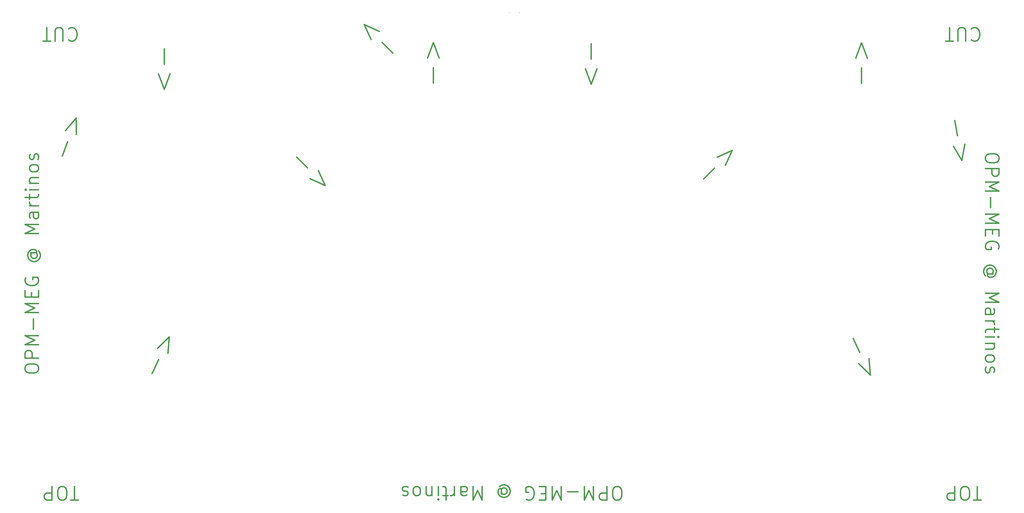
<source format=gbr>
%TF.GenerationSoftware,KiCad,Pcbnew,7.0.1-3b83917a11~172~ubuntu22.04.1*%
%TF.CreationDate,2023-07-04T10:09:40-04:00*%
%TF.ProjectId,coil_template_top,636f696c-5f74-4656-9d70-6c6174655f74,rev?*%
%TF.SameCoordinates,Original*%
%TF.FileFunction,Legend,Top*%
%TF.FilePolarity,Positive*%
%FSLAX46Y46*%
G04 Gerber Fmt 4.6, Leading zero omitted, Abs format (unit mm)*
G04 Created by KiCad (PCBNEW 7.0.1-3b83917a11~172~ubuntu22.04.1) date 2023-07-04 10:09:40*
%MOMM*%
%LPD*%
G01*
G04 APERTURE LIST*
%ADD10C,2.000000*%
%ADD11C,0.150000*%
G04 APERTURE END LIST*
D10*
X235301988Y-57109784D02*
X235301988Y-79966927D01*
X243873416Y-94252641D02*
X235301988Y-117109784D01*
X235301988Y-117109784D02*
X226730559Y-94252641D01*
X217312430Y-538230237D02*
X226972276Y-517514630D01*
X225241327Y-500944934D02*
X242669525Y-483851770D01*
X242669525Y-483851770D02*
X240778032Y-508189818D01*
X451278452Y-249615481D02*
X473501808Y-259717006D01*
X473501808Y-259717006D02*
X463400283Y-237493650D01*
X447237842Y-233453040D02*
X431075402Y-217290599D01*
X867178492Y-49590266D02*
X867178492Y-72447409D01*
X875749920Y-86733123D02*
X867178492Y-109590266D01*
X867178492Y-109590266D02*
X858607063Y-86733123D01*
X93809523Y-27652380D02*
X94761904Y-26700000D01*
X94761904Y-26700000D02*
X97619047Y-25747619D01*
X97619047Y-25747619D02*
X99523809Y-25747619D01*
X99523809Y-25747619D02*
X102380952Y-26700000D01*
X102380952Y-26700000D02*
X104285714Y-28604761D01*
X104285714Y-28604761D02*
X105238095Y-30509523D01*
X105238095Y-30509523D02*
X106190476Y-34319047D01*
X106190476Y-34319047D02*
X106190476Y-37176190D01*
X106190476Y-37176190D02*
X105238095Y-40985714D01*
X105238095Y-40985714D02*
X104285714Y-42890476D01*
X104285714Y-42890476D02*
X102380952Y-44795238D01*
X102380952Y-44795238D02*
X99523809Y-45747619D01*
X99523809Y-45747619D02*
X97619047Y-45747619D01*
X97619047Y-45747619D02*
X94761904Y-44795238D01*
X94761904Y-44795238D02*
X93809523Y-43842857D01*
X85238095Y-45747619D02*
X85238095Y-29557142D01*
X85238095Y-29557142D02*
X84285714Y-27652380D01*
X84285714Y-27652380D02*
X83333333Y-26700000D01*
X83333333Y-26700000D02*
X81428571Y-25747619D01*
X81428571Y-25747619D02*
X77619047Y-25747619D01*
X77619047Y-25747619D02*
X75714285Y-26700000D01*
X75714285Y-26700000D02*
X74761904Y-27652380D01*
X74761904Y-27652380D02*
X73809523Y-29557142D01*
X73809523Y-29557142D02*
X73809523Y-45747619D01*
X67142857Y-45747619D02*
X55714285Y-45747619D01*
X61428571Y-25747619D02*
X61428571Y-45747619D01*
X633618995Y-107875980D02*
X633618995Y-85018838D01*
X625047566Y-70733123D02*
X633618995Y-47875981D01*
X633618995Y-47875981D02*
X642190423Y-70733123D01*
X1254974842Y-486071246D02*
X1264634688Y-506786852D01*
X1278440444Y-516111664D02*
X1280331938Y-540449713D01*
X1280331938Y-540449713D02*
X1262903739Y-523356549D01*
X907619047Y-725747619D02*
X903809523Y-725747619D01*
X903809523Y-725747619D02*
X901904761Y-724795238D01*
X901904761Y-724795238D02*
X899999999Y-722890476D01*
X899999999Y-722890476D02*
X899047618Y-719080952D01*
X899047618Y-719080952D02*
X899047618Y-712414285D01*
X899047618Y-712414285D02*
X899999999Y-708604761D01*
X899999999Y-708604761D02*
X901904761Y-706700000D01*
X901904761Y-706700000D02*
X903809523Y-705747619D01*
X903809523Y-705747619D02*
X907619047Y-705747619D01*
X907619047Y-705747619D02*
X909523809Y-706700000D01*
X909523809Y-706700000D02*
X911428571Y-708604761D01*
X911428571Y-708604761D02*
X912380952Y-712414285D01*
X912380952Y-712414285D02*
X912380952Y-719080952D01*
X912380952Y-719080952D02*
X911428571Y-722890476D01*
X911428571Y-722890476D02*
X909523809Y-724795238D01*
X909523809Y-724795238D02*
X907619047Y-725747619D01*
X890476190Y-705747619D02*
X890476190Y-725747619D01*
X890476190Y-725747619D02*
X882857142Y-725747619D01*
X882857142Y-725747619D02*
X880952380Y-724795238D01*
X880952380Y-724795238D02*
X879999999Y-723842857D01*
X879999999Y-723842857D02*
X879047618Y-721938095D01*
X879047618Y-721938095D02*
X879047618Y-719080952D01*
X879047618Y-719080952D02*
X879999999Y-717176190D01*
X879999999Y-717176190D02*
X880952380Y-716223809D01*
X880952380Y-716223809D02*
X882857142Y-715271428D01*
X882857142Y-715271428D02*
X890476190Y-715271428D01*
X870476190Y-705747619D02*
X870476190Y-725747619D01*
X870476190Y-725747619D02*
X863809523Y-711461904D01*
X863809523Y-711461904D02*
X857142856Y-725747619D01*
X857142856Y-725747619D02*
X857142856Y-705747619D01*
X847619047Y-713366666D02*
X832380952Y-713366666D01*
X822857142Y-705747619D02*
X822857142Y-725747619D01*
X822857142Y-725747619D02*
X816190475Y-711461904D01*
X816190475Y-711461904D02*
X809523808Y-725747619D01*
X809523808Y-725747619D02*
X809523808Y-705747619D01*
X799999999Y-716223809D02*
X793333332Y-716223809D01*
X790476189Y-705747619D02*
X799999999Y-705747619D01*
X799999999Y-705747619D02*
X799999999Y-725747619D01*
X799999999Y-725747619D02*
X790476189Y-725747619D01*
X771428570Y-724795238D02*
X773333332Y-725747619D01*
X773333332Y-725747619D02*
X776190475Y-725747619D01*
X776190475Y-725747619D02*
X779047618Y-724795238D01*
X779047618Y-724795238D02*
X780952380Y-722890476D01*
X780952380Y-722890476D02*
X781904761Y-720985714D01*
X781904761Y-720985714D02*
X782857142Y-717176190D01*
X782857142Y-717176190D02*
X782857142Y-714319047D01*
X782857142Y-714319047D02*
X781904761Y-710509523D01*
X781904761Y-710509523D02*
X780952380Y-708604761D01*
X780952380Y-708604761D02*
X779047618Y-706700000D01*
X779047618Y-706700000D02*
X776190475Y-705747619D01*
X776190475Y-705747619D02*
X774285713Y-705747619D01*
X774285713Y-705747619D02*
X771428570Y-706700000D01*
X771428570Y-706700000D02*
X770476189Y-707652380D01*
X770476189Y-707652380D02*
X770476189Y-714319047D01*
X770476189Y-714319047D02*
X774285713Y-714319047D01*
X734285713Y-715271428D02*
X735238094Y-716223809D01*
X735238094Y-716223809D02*
X737142856Y-717176190D01*
X737142856Y-717176190D02*
X739047618Y-717176190D01*
X739047618Y-717176190D02*
X740952380Y-716223809D01*
X740952380Y-716223809D02*
X741904761Y-715271428D01*
X741904761Y-715271428D02*
X742857142Y-713366666D01*
X742857142Y-713366666D02*
X742857142Y-711461904D01*
X742857142Y-711461904D02*
X741904761Y-709557142D01*
X741904761Y-709557142D02*
X740952380Y-708604761D01*
X740952380Y-708604761D02*
X739047618Y-707652380D01*
X739047618Y-707652380D02*
X737142856Y-707652380D01*
X737142856Y-707652380D02*
X735238094Y-708604761D01*
X735238094Y-708604761D02*
X734285713Y-709557142D01*
X734285713Y-717176190D02*
X734285713Y-709557142D01*
X734285713Y-709557142D02*
X733333332Y-708604761D01*
X733333332Y-708604761D02*
X732380951Y-708604761D01*
X732380951Y-708604761D02*
X730476190Y-709557142D01*
X730476190Y-709557142D02*
X729523809Y-711461904D01*
X729523809Y-711461904D02*
X729523809Y-716223809D01*
X729523809Y-716223809D02*
X731428571Y-719080952D01*
X731428571Y-719080952D02*
X734285713Y-720985714D01*
X734285713Y-720985714D02*
X738095237Y-721938095D01*
X738095237Y-721938095D02*
X741904761Y-720985714D01*
X741904761Y-720985714D02*
X744761904Y-719080952D01*
X744761904Y-719080952D02*
X746666666Y-716223809D01*
X746666666Y-716223809D02*
X747619047Y-712414285D01*
X747619047Y-712414285D02*
X746666666Y-708604761D01*
X746666666Y-708604761D02*
X744761904Y-705747619D01*
X744761904Y-705747619D02*
X741904761Y-703842857D01*
X741904761Y-703842857D02*
X738095237Y-702890476D01*
X738095237Y-702890476D02*
X734285713Y-703842857D01*
X734285713Y-703842857D02*
X731428571Y-705747619D01*
X705714285Y-705747619D02*
X705714285Y-725747619D01*
X705714285Y-725747619D02*
X699047618Y-711461904D01*
X699047618Y-711461904D02*
X692380951Y-725747619D01*
X692380951Y-725747619D02*
X692380951Y-705747619D01*
X674285713Y-705747619D02*
X674285713Y-716223809D01*
X674285713Y-716223809D02*
X675238094Y-718128571D01*
X675238094Y-718128571D02*
X677142856Y-719080952D01*
X677142856Y-719080952D02*
X680952380Y-719080952D01*
X680952380Y-719080952D02*
X682857142Y-718128571D01*
X674285713Y-706700000D02*
X676190475Y-705747619D01*
X676190475Y-705747619D02*
X680952380Y-705747619D01*
X680952380Y-705747619D02*
X682857142Y-706700000D01*
X682857142Y-706700000D02*
X683809523Y-708604761D01*
X683809523Y-708604761D02*
X683809523Y-710509523D01*
X683809523Y-710509523D02*
X682857142Y-712414285D01*
X682857142Y-712414285D02*
X680952380Y-713366666D01*
X680952380Y-713366666D02*
X676190475Y-713366666D01*
X676190475Y-713366666D02*
X674285713Y-714319047D01*
X664761904Y-705747619D02*
X664761904Y-719080952D01*
X664761904Y-715271428D02*
X663809523Y-717176190D01*
X663809523Y-717176190D02*
X662857142Y-718128571D01*
X662857142Y-718128571D02*
X660952380Y-719080952D01*
X660952380Y-719080952D02*
X659047618Y-719080952D01*
X655238095Y-719080952D02*
X647619047Y-719080952D01*
X652380952Y-725747619D02*
X652380952Y-708604761D01*
X652380952Y-708604761D02*
X651428571Y-706700000D01*
X651428571Y-706700000D02*
X649523809Y-705747619D01*
X649523809Y-705747619D02*
X647619047Y-705747619D01*
X640952381Y-705747619D02*
X640952381Y-719080952D01*
X640952381Y-725747619D02*
X641904762Y-724795238D01*
X641904762Y-724795238D02*
X640952381Y-723842857D01*
X640952381Y-723842857D02*
X640000000Y-724795238D01*
X640000000Y-724795238D02*
X640952381Y-725747619D01*
X640952381Y-725747619D02*
X640952381Y-723842857D01*
X631428571Y-719080952D02*
X631428571Y-705747619D01*
X631428571Y-717176190D02*
X630476190Y-718128571D01*
X630476190Y-718128571D02*
X628571428Y-719080952D01*
X628571428Y-719080952D02*
X625714285Y-719080952D01*
X625714285Y-719080952D02*
X623809523Y-718128571D01*
X623809523Y-718128571D02*
X622857142Y-716223809D01*
X622857142Y-716223809D02*
X622857142Y-705747619D01*
X610476190Y-705747619D02*
X612380952Y-706700000D01*
X612380952Y-706700000D02*
X613333333Y-707652380D01*
X613333333Y-707652380D02*
X614285714Y-709557142D01*
X614285714Y-709557142D02*
X614285714Y-715271428D01*
X614285714Y-715271428D02*
X613333333Y-717176190D01*
X613333333Y-717176190D02*
X612380952Y-718128571D01*
X612380952Y-718128571D02*
X610476190Y-719080952D01*
X610476190Y-719080952D02*
X607619047Y-719080952D01*
X607619047Y-719080952D02*
X605714285Y-718128571D01*
X605714285Y-718128571D02*
X604761904Y-717176190D01*
X604761904Y-717176190D02*
X603809523Y-715271428D01*
X603809523Y-715271428D02*
X603809523Y-709557142D01*
X603809523Y-709557142D02*
X604761904Y-707652380D01*
X604761904Y-707652380D02*
X605714285Y-706700000D01*
X605714285Y-706700000D02*
X607619047Y-705747619D01*
X607619047Y-705747619D02*
X610476190Y-705747619D01*
X596190476Y-706700000D02*
X594285714Y-705747619D01*
X594285714Y-705747619D02*
X590476190Y-705747619D01*
X590476190Y-705747619D02*
X588571428Y-706700000D01*
X588571428Y-706700000D02*
X587619047Y-708604761D01*
X587619047Y-708604761D02*
X587619047Y-709557142D01*
X587619047Y-709557142D02*
X588571428Y-711461904D01*
X588571428Y-711461904D02*
X590476190Y-712414285D01*
X590476190Y-712414285D02*
X593333333Y-712414285D01*
X593333333Y-712414285D02*
X595238095Y-713366666D01*
X595238095Y-713366666D02*
X596190476Y-715271428D01*
X596190476Y-715271428D02*
X596190476Y-716223809D01*
X596190476Y-716223809D02*
X595238095Y-718128571D01*
X595238095Y-718128571D02*
X593333333Y-719080952D01*
X593333333Y-719080952D02*
X590476190Y-719080952D01*
X590476190Y-719080952D02*
X588571428Y-718128571D01*
X553498427Y-31281288D02*
X531275071Y-21179763D01*
X531275071Y-21179763D02*
X541376596Y-43403119D01*
X557539037Y-47443729D02*
X573701477Y-63606170D01*
X1267356305Y-108218104D02*
X1267356305Y-85360962D01*
X1258784876Y-71075247D02*
X1267356305Y-48218105D01*
X1267356305Y-48218105D02*
X1275927733Y-71075247D01*
X1429999999Y-27652380D02*
X1430952380Y-26700000D01*
X1430952380Y-26700000D02*
X1433809523Y-25747619D01*
X1433809523Y-25747619D02*
X1435714285Y-25747619D01*
X1435714285Y-25747619D02*
X1438571428Y-26700000D01*
X1438571428Y-26700000D02*
X1440476190Y-28604761D01*
X1440476190Y-28604761D02*
X1441428571Y-30509523D01*
X1441428571Y-30509523D02*
X1442380952Y-34319047D01*
X1442380952Y-34319047D02*
X1442380952Y-37176190D01*
X1442380952Y-37176190D02*
X1441428571Y-40985714D01*
X1441428571Y-40985714D02*
X1440476190Y-42890476D01*
X1440476190Y-42890476D02*
X1438571428Y-44795238D01*
X1438571428Y-44795238D02*
X1435714285Y-45747619D01*
X1435714285Y-45747619D02*
X1433809523Y-45747619D01*
X1433809523Y-45747619D02*
X1430952380Y-44795238D01*
X1430952380Y-44795238D02*
X1429999999Y-43842857D01*
X1421428571Y-45747619D02*
X1421428571Y-29557142D01*
X1421428571Y-29557142D02*
X1420476190Y-27652380D01*
X1420476190Y-27652380D02*
X1419523809Y-26700000D01*
X1419523809Y-26700000D02*
X1417619047Y-25747619D01*
X1417619047Y-25747619D02*
X1413809523Y-25747619D01*
X1413809523Y-25747619D02*
X1411904761Y-26700000D01*
X1411904761Y-26700000D02*
X1410952380Y-27652380D01*
X1410952380Y-27652380D02*
X1409999999Y-29557142D01*
X1409999999Y-29557142D02*
X1409999999Y-45747619D01*
X1403333333Y-45747619D02*
X1391904761Y-45747619D01*
X1397619047Y-25747619D02*
X1397619047Y-45747619D01*
X1405360855Y-163348737D02*
X1409329956Y-185858629D01*
X1420251853Y-198438898D02*
X1415779745Y-222437202D01*
X1415779745Y-222437202D02*
X1403369435Y-201415724D01*
X1470747619Y-217380952D02*
X1470747619Y-221190476D01*
X1470747619Y-221190476D02*
X1469795238Y-223095238D01*
X1469795238Y-223095238D02*
X1467890476Y-225000000D01*
X1467890476Y-225000000D02*
X1464080952Y-225952381D01*
X1464080952Y-225952381D02*
X1457414285Y-225952381D01*
X1457414285Y-225952381D02*
X1453604761Y-225000000D01*
X1453604761Y-225000000D02*
X1451700000Y-223095238D01*
X1451700000Y-223095238D02*
X1450747619Y-221190476D01*
X1450747619Y-221190476D02*
X1450747619Y-217380952D01*
X1450747619Y-217380952D02*
X1451700000Y-215476190D01*
X1451700000Y-215476190D02*
X1453604761Y-213571428D01*
X1453604761Y-213571428D02*
X1457414285Y-212619047D01*
X1457414285Y-212619047D02*
X1464080952Y-212619047D01*
X1464080952Y-212619047D02*
X1467890476Y-213571428D01*
X1467890476Y-213571428D02*
X1469795238Y-215476190D01*
X1469795238Y-215476190D02*
X1470747619Y-217380952D01*
X1450747619Y-234523809D02*
X1470747619Y-234523809D01*
X1470747619Y-234523809D02*
X1470747619Y-242142857D01*
X1470747619Y-242142857D02*
X1469795238Y-244047619D01*
X1469795238Y-244047619D02*
X1468842857Y-245000000D01*
X1468842857Y-245000000D02*
X1466938095Y-245952381D01*
X1466938095Y-245952381D02*
X1464080952Y-245952381D01*
X1464080952Y-245952381D02*
X1462176190Y-245000000D01*
X1462176190Y-245000000D02*
X1461223809Y-244047619D01*
X1461223809Y-244047619D02*
X1460271428Y-242142857D01*
X1460271428Y-242142857D02*
X1460271428Y-234523809D01*
X1450747619Y-254523809D02*
X1470747619Y-254523809D01*
X1470747619Y-254523809D02*
X1456461904Y-261190476D01*
X1456461904Y-261190476D02*
X1470747619Y-267857143D01*
X1470747619Y-267857143D02*
X1450747619Y-267857143D01*
X1458366666Y-277380952D02*
X1458366666Y-292619048D01*
X1450747619Y-302142857D02*
X1470747619Y-302142857D01*
X1470747619Y-302142857D02*
X1456461904Y-308809524D01*
X1456461904Y-308809524D02*
X1470747619Y-315476191D01*
X1470747619Y-315476191D02*
X1450747619Y-315476191D01*
X1461223809Y-325000000D02*
X1461223809Y-331666667D01*
X1450747619Y-334523810D02*
X1450747619Y-325000000D01*
X1450747619Y-325000000D02*
X1470747619Y-325000000D01*
X1470747619Y-325000000D02*
X1470747619Y-334523810D01*
X1469795238Y-353571429D02*
X1470747619Y-351666667D01*
X1470747619Y-351666667D02*
X1470747619Y-348809524D01*
X1470747619Y-348809524D02*
X1469795238Y-345952381D01*
X1469795238Y-345952381D02*
X1467890476Y-344047619D01*
X1467890476Y-344047619D02*
X1465985714Y-343095238D01*
X1465985714Y-343095238D02*
X1462176190Y-342142857D01*
X1462176190Y-342142857D02*
X1459319047Y-342142857D01*
X1459319047Y-342142857D02*
X1455509523Y-343095238D01*
X1455509523Y-343095238D02*
X1453604761Y-344047619D01*
X1453604761Y-344047619D02*
X1451700000Y-345952381D01*
X1451700000Y-345952381D02*
X1450747619Y-348809524D01*
X1450747619Y-348809524D02*
X1450747619Y-350714286D01*
X1450747619Y-350714286D02*
X1451700000Y-353571429D01*
X1451700000Y-353571429D02*
X1452652380Y-354523810D01*
X1452652380Y-354523810D02*
X1459319047Y-354523810D01*
X1459319047Y-354523810D02*
X1459319047Y-350714286D01*
X1460271428Y-390714286D02*
X1461223809Y-389761905D01*
X1461223809Y-389761905D02*
X1462176190Y-387857143D01*
X1462176190Y-387857143D02*
X1462176190Y-385952381D01*
X1462176190Y-385952381D02*
X1461223809Y-384047619D01*
X1461223809Y-384047619D02*
X1460271428Y-383095238D01*
X1460271428Y-383095238D02*
X1458366666Y-382142857D01*
X1458366666Y-382142857D02*
X1456461904Y-382142857D01*
X1456461904Y-382142857D02*
X1454557142Y-383095238D01*
X1454557142Y-383095238D02*
X1453604761Y-384047619D01*
X1453604761Y-384047619D02*
X1452652380Y-385952381D01*
X1452652380Y-385952381D02*
X1452652380Y-387857143D01*
X1452652380Y-387857143D02*
X1453604761Y-389761905D01*
X1453604761Y-389761905D02*
X1454557142Y-390714286D01*
X1462176190Y-390714286D02*
X1454557142Y-390714286D01*
X1454557142Y-390714286D02*
X1453604761Y-391666667D01*
X1453604761Y-391666667D02*
X1453604761Y-392619048D01*
X1453604761Y-392619048D02*
X1454557142Y-394523809D01*
X1454557142Y-394523809D02*
X1456461904Y-395476190D01*
X1456461904Y-395476190D02*
X1461223809Y-395476190D01*
X1461223809Y-395476190D02*
X1464080952Y-393571429D01*
X1464080952Y-393571429D02*
X1465985714Y-390714286D01*
X1465985714Y-390714286D02*
X1466938095Y-386904762D01*
X1466938095Y-386904762D02*
X1465985714Y-383095238D01*
X1465985714Y-383095238D02*
X1464080952Y-380238095D01*
X1464080952Y-380238095D02*
X1461223809Y-378333333D01*
X1461223809Y-378333333D02*
X1457414285Y-377380952D01*
X1457414285Y-377380952D02*
X1453604761Y-378333333D01*
X1453604761Y-378333333D02*
X1450747619Y-380238095D01*
X1450747619Y-380238095D02*
X1448842857Y-383095238D01*
X1448842857Y-383095238D02*
X1447890476Y-386904762D01*
X1447890476Y-386904762D02*
X1448842857Y-390714286D01*
X1448842857Y-390714286D02*
X1450747619Y-393571429D01*
X1450747619Y-419285714D02*
X1470747619Y-419285714D01*
X1470747619Y-419285714D02*
X1456461904Y-425952381D01*
X1456461904Y-425952381D02*
X1470747619Y-432619048D01*
X1470747619Y-432619048D02*
X1450747619Y-432619048D01*
X1450747619Y-450714286D02*
X1461223809Y-450714286D01*
X1461223809Y-450714286D02*
X1463128571Y-449761905D01*
X1463128571Y-449761905D02*
X1464080952Y-447857143D01*
X1464080952Y-447857143D02*
X1464080952Y-444047619D01*
X1464080952Y-444047619D02*
X1463128571Y-442142857D01*
X1451700000Y-450714286D02*
X1450747619Y-448809524D01*
X1450747619Y-448809524D02*
X1450747619Y-444047619D01*
X1450747619Y-444047619D02*
X1451700000Y-442142857D01*
X1451700000Y-442142857D02*
X1453604761Y-441190476D01*
X1453604761Y-441190476D02*
X1455509523Y-441190476D01*
X1455509523Y-441190476D02*
X1457414285Y-442142857D01*
X1457414285Y-442142857D02*
X1458366666Y-444047619D01*
X1458366666Y-444047619D02*
X1458366666Y-448809524D01*
X1458366666Y-448809524D02*
X1459319047Y-450714286D01*
X1450747619Y-460238095D02*
X1464080952Y-460238095D01*
X1460271428Y-460238095D02*
X1462176190Y-461190476D01*
X1462176190Y-461190476D02*
X1463128571Y-462142857D01*
X1463128571Y-462142857D02*
X1464080952Y-464047619D01*
X1464080952Y-464047619D02*
X1464080952Y-465952381D01*
X1464080952Y-469761904D02*
X1464080952Y-477380952D01*
X1470747619Y-472619047D02*
X1453604761Y-472619047D01*
X1453604761Y-472619047D02*
X1451700000Y-473571428D01*
X1451700000Y-473571428D02*
X1450747619Y-475476190D01*
X1450747619Y-475476190D02*
X1450747619Y-477380952D01*
X1450747619Y-484047618D02*
X1464080952Y-484047618D01*
X1470747619Y-484047618D02*
X1469795238Y-483095237D01*
X1469795238Y-483095237D02*
X1468842857Y-484047618D01*
X1468842857Y-484047618D02*
X1469795238Y-484999999D01*
X1469795238Y-484999999D02*
X1470747619Y-484047618D01*
X1470747619Y-484047618D02*
X1468842857Y-484047618D01*
X1464080952Y-493571428D02*
X1450747619Y-493571428D01*
X1462176190Y-493571428D02*
X1463128571Y-494523809D01*
X1463128571Y-494523809D02*
X1464080952Y-496428571D01*
X1464080952Y-496428571D02*
X1464080952Y-499285714D01*
X1464080952Y-499285714D02*
X1463128571Y-501190476D01*
X1463128571Y-501190476D02*
X1461223809Y-502142857D01*
X1461223809Y-502142857D02*
X1450747619Y-502142857D01*
X1450747619Y-514523809D02*
X1451700000Y-512619047D01*
X1451700000Y-512619047D02*
X1452652380Y-511666666D01*
X1452652380Y-511666666D02*
X1454557142Y-510714285D01*
X1454557142Y-510714285D02*
X1460271428Y-510714285D01*
X1460271428Y-510714285D02*
X1462176190Y-511666666D01*
X1462176190Y-511666666D02*
X1463128571Y-512619047D01*
X1463128571Y-512619047D02*
X1464080952Y-514523809D01*
X1464080952Y-514523809D02*
X1464080952Y-517380952D01*
X1464080952Y-517380952D02*
X1463128571Y-519285714D01*
X1463128571Y-519285714D02*
X1462176190Y-520238095D01*
X1462176190Y-520238095D02*
X1460271428Y-521190476D01*
X1460271428Y-521190476D02*
X1454557142Y-521190476D01*
X1454557142Y-521190476D02*
X1452652380Y-520238095D01*
X1452652380Y-520238095D02*
X1451700000Y-519285714D01*
X1451700000Y-519285714D02*
X1450747619Y-517380952D01*
X1450747619Y-517380952D02*
X1450747619Y-514523809D01*
X1451700000Y-528809523D02*
X1450747619Y-530714285D01*
X1450747619Y-530714285D02*
X1450747619Y-534523809D01*
X1450747619Y-534523809D02*
X1451700000Y-536428571D01*
X1451700000Y-536428571D02*
X1453604761Y-537380952D01*
X1453604761Y-537380952D02*
X1454557142Y-537380952D01*
X1454557142Y-537380952D02*
X1456461904Y-536428571D01*
X1456461904Y-536428571D02*
X1457414285Y-534523809D01*
X1457414285Y-534523809D02*
X1457414285Y-531666666D01*
X1457414285Y-531666666D02*
X1458366666Y-529761904D01*
X1458366666Y-529761904D02*
X1460271428Y-528809523D01*
X1460271428Y-528809523D02*
X1461223809Y-528809523D01*
X1461223809Y-528809523D02*
X1463128571Y-529761904D01*
X1463128571Y-529761904D02*
X1464080952Y-531666666D01*
X1464080952Y-531666666D02*
X1464080952Y-534523809D01*
X1464080952Y-534523809D02*
X1463128571Y-536428571D01*
X108095238Y-725747619D02*
X96666666Y-725747619D01*
X102380952Y-705747619D02*
X102380952Y-725747619D01*
X86190476Y-725747619D02*
X82380952Y-725747619D01*
X82380952Y-725747619D02*
X80476190Y-724795238D01*
X80476190Y-724795238D02*
X78571428Y-722890476D01*
X78571428Y-722890476D02*
X77619047Y-719080952D01*
X77619047Y-719080952D02*
X77619047Y-712414285D01*
X77619047Y-712414285D02*
X78571428Y-708604761D01*
X78571428Y-708604761D02*
X80476190Y-706700000D01*
X80476190Y-706700000D02*
X82380952Y-705747619D01*
X82380952Y-705747619D02*
X86190476Y-705747619D01*
X86190476Y-705747619D02*
X88095238Y-706700000D01*
X88095238Y-706700000D02*
X90000000Y-708604761D01*
X90000000Y-708604761D02*
X90952381Y-712414285D01*
X90952381Y-712414285D02*
X90952381Y-719080952D01*
X90952381Y-719080952D02*
X90000000Y-722890476D01*
X90000000Y-722890476D02*
X88095238Y-724795238D01*
X88095238Y-724795238D02*
X86190476Y-725747619D01*
X69047619Y-705747619D02*
X69047619Y-725747619D01*
X69047619Y-725747619D02*
X61428571Y-725747619D01*
X61428571Y-725747619D02*
X59523809Y-724795238D01*
X59523809Y-724795238D02*
X58571428Y-723842857D01*
X58571428Y-723842857D02*
X57619047Y-721938095D01*
X57619047Y-721938095D02*
X57619047Y-719080952D01*
X57619047Y-719080952D02*
X58571428Y-717176190D01*
X58571428Y-717176190D02*
X59523809Y-716223809D01*
X59523809Y-716223809D02*
X61428571Y-715271428D01*
X61428571Y-715271428D02*
X69047619Y-715271428D01*
X1444285714Y-725747619D02*
X1432857142Y-725747619D01*
X1438571428Y-705747619D02*
X1438571428Y-725747619D01*
X1422380952Y-725747619D02*
X1418571428Y-725747619D01*
X1418571428Y-725747619D02*
X1416666666Y-724795238D01*
X1416666666Y-724795238D02*
X1414761904Y-722890476D01*
X1414761904Y-722890476D02*
X1413809523Y-719080952D01*
X1413809523Y-719080952D02*
X1413809523Y-712414285D01*
X1413809523Y-712414285D02*
X1414761904Y-708604761D01*
X1414761904Y-708604761D02*
X1416666666Y-706700000D01*
X1416666666Y-706700000D02*
X1418571428Y-705747619D01*
X1418571428Y-705747619D02*
X1422380952Y-705747619D01*
X1422380952Y-705747619D02*
X1424285714Y-706700000D01*
X1424285714Y-706700000D02*
X1426190476Y-708604761D01*
X1426190476Y-708604761D02*
X1427142857Y-712414285D01*
X1427142857Y-712414285D02*
X1427142857Y-719080952D01*
X1427142857Y-719080952D02*
X1426190476Y-722890476D01*
X1426190476Y-722890476D02*
X1424285714Y-724795238D01*
X1424285714Y-724795238D02*
X1422380952Y-725747619D01*
X1405238095Y-705747619D02*
X1405238095Y-725747619D01*
X1405238095Y-725747619D02*
X1397619047Y-725747619D01*
X1397619047Y-725747619D02*
X1395714285Y-724795238D01*
X1395714285Y-724795238D02*
X1394761904Y-723842857D01*
X1394761904Y-723842857D02*
X1393809523Y-721938095D01*
X1393809523Y-721938095D02*
X1393809523Y-719080952D01*
X1393809523Y-719080952D02*
X1394761904Y-717176190D01*
X1394761904Y-717176190D02*
X1395714285Y-716223809D01*
X1395714285Y-716223809D02*
X1397619047Y-715271428D01*
X1397619047Y-715271428D02*
X1405238095Y-715271428D01*
X1065861544Y-229848345D02*
X1075963069Y-207624989D01*
X1075963069Y-207624989D02*
X1053739713Y-217726514D01*
X1049699103Y-233888955D02*
X1033536662Y-250051395D01*
X84400295Y-216078870D02*
X92217898Y-194600182D01*
X89049392Y-178244400D02*
X104921504Y-159697313D01*
X104921504Y-159697313D02*
X105158408Y-184107603D01*
X29252380Y-532619047D02*
X29252380Y-528809523D01*
X29252380Y-528809523D02*
X30204761Y-526904761D01*
X30204761Y-526904761D02*
X32109523Y-524999999D01*
X32109523Y-524999999D02*
X35919047Y-524047618D01*
X35919047Y-524047618D02*
X42585714Y-524047618D01*
X42585714Y-524047618D02*
X46395238Y-524999999D01*
X46395238Y-524999999D02*
X48300000Y-526904761D01*
X48300000Y-526904761D02*
X49252380Y-528809523D01*
X49252380Y-528809523D02*
X49252380Y-532619047D01*
X49252380Y-532619047D02*
X48300000Y-534523809D01*
X48300000Y-534523809D02*
X46395238Y-536428571D01*
X46395238Y-536428571D02*
X42585714Y-537380952D01*
X42585714Y-537380952D02*
X35919047Y-537380952D01*
X35919047Y-537380952D02*
X32109523Y-536428571D01*
X32109523Y-536428571D02*
X30204761Y-534523809D01*
X30204761Y-534523809D02*
X29252380Y-532619047D01*
X49252380Y-515476190D02*
X29252380Y-515476190D01*
X29252380Y-515476190D02*
X29252380Y-507857142D01*
X29252380Y-507857142D02*
X30204761Y-505952380D01*
X30204761Y-505952380D02*
X31157142Y-504999999D01*
X31157142Y-504999999D02*
X33061904Y-504047618D01*
X33061904Y-504047618D02*
X35919047Y-504047618D01*
X35919047Y-504047618D02*
X37823809Y-504999999D01*
X37823809Y-504999999D02*
X38776190Y-505952380D01*
X38776190Y-505952380D02*
X39728571Y-507857142D01*
X39728571Y-507857142D02*
X39728571Y-515476190D01*
X49252380Y-495476190D02*
X29252380Y-495476190D01*
X29252380Y-495476190D02*
X43538095Y-488809523D01*
X43538095Y-488809523D02*
X29252380Y-482142856D01*
X29252380Y-482142856D02*
X49252380Y-482142856D01*
X41633333Y-472619047D02*
X41633333Y-457380952D01*
X49252380Y-447857142D02*
X29252380Y-447857142D01*
X29252380Y-447857142D02*
X43538095Y-441190475D01*
X43538095Y-441190475D02*
X29252380Y-434523808D01*
X29252380Y-434523808D02*
X49252380Y-434523808D01*
X38776190Y-424999999D02*
X38776190Y-418333332D01*
X49252380Y-415476189D02*
X49252380Y-424999999D01*
X49252380Y-424999999D02*
X29252380Y-424999999D01*
X29252380Y-424999999D02*
X29252380Y-415476189D01*
X30204761Y-396428570D02*
X29252380Y-398333332D01*
X29252380Y-398333332D02*
X29252380Y-401190475D01*
X29252380Y-401190475D02*
X30204761Y-404047618D01*
X30204761Y-404047618D02*
X32109523Y-405952380D01*
X32109523Y-405952380D02*
X34014285Y-406904761D01*
X34014285Y-406904761D02*
X37823809Y-407857142D01*
X37823809Y-407857142D02*
X40680952Y-407857142D01*
X40680952Y-407857142D02*
X44490476Y-406904761D01*
X44490476Y-406904761D02*
X46395238Y-405952380D01*
X46395238Y-405952380D02*
X48300000Y-404047618D01*
X48300000Y-404047618D02*
X49252380Y-401190475D01*
X49252380Y-401190475D02*
X49252380Y-399285713D01*
X49252380Y-399285713D02*
X48300000Y-396428570D01*
X48300000Y-396428570D02*
X47347619Y-395476189D01*
X47347619Y-395476189D02*
X40680952Y-395476189D01*
X40680952Y-395476189D02*
X40680952Y-399285713D01*
X39728571Y-359285713D02*
X38776190Y-360238094D01*
X38776190Y-360238094D02*
X37823809Y-362142856D01*
X37823809Y-362142856D02*
X37823809Y-364047618D01*
X37823809Y-364047618D02*
X38776190Y-365952380D01*
X38776190Y-365952380D02*
X39728571Y-366904761D01*
X39728571Y-366904761D02*
X41633333Y-367857142D01*
X41633333Y-367857142D02*
X43538095Y-367857142D01*
X43538095Y-367857142D02*
X45442857Y-366904761D01*
X45442857Y-366904761D02*
X46395238Y-365952380D01*
X46395238Y-365952380D02*
X47347619Y-364047618D01*
X47347619Y-364047618D02*
X47347619Y-362142856D01*
X47347619Y-362142856D02*
X46395238Y-360238094D01*
X46395238Y-360238094D02*
X45442857Y-359285713D01*
X37823809Y-359285713D02*
X45442857Y-359285713D01*
X45442857Y-359285713D02*
X46395238Y-358333332D01*
X46395238Y-358333332D02*
X46395238Y-357380951D01*
X46395238Y-357380951D02*
X45442857Y-355476190D01*
X45442857Y-355476190D02*
X43538095Y-354523809D01*
X43538095Y-354523809D02*
X38776190Y-354523809D01*
X38776190Y-354523809D02*
X35919047Y-356428571D01*
X35919047Y-356428571D02*
X34014285Y-359285713D01*
X34014285Y-359285713D02*
X33061904Y-363095237D01*
X33061904Y-363095237D02*
X34014285Y-366904761D01*
X34014285Y-366904761D02*
X35919047Y-369761904D01*
X35919047Y-369761904D02*
X38776190Y-371666666D01*
X38776190Y-371666666D02*
X42585714Y-372619047D01*
X42585714Y-372619047D02*
X46395238Y-371666666D01*
X46395238Y-371666666D02*
X49252380Y-369761904D01*
X49252380Y-369761904D02*
X51157142Y-366904761D01*
X51157142Y-366904761D02*
X52109523Y-363095237D01*
X52109523Y-363095237D02*
X51157142Y-359285713D01*
X51157142Y-359285713D02*
X49252380Y-356428571D01*
X49252380Y-330714285D02*
X29252380Y-330714285D01*
X29252380Y-330714285D02*
X43538095Y-324047618D01*
X43538095Y-324047618D02*
X29252380Y-317380951D01*
X29252380Y-317380951D02*
X49252380Y-317380951D01*
X49252380Y-299285713D02*
X38776190Y-299285713D01*
X38776190Y-299285713D02*
X36871428Y-300238094D01*
X36871428Y-300238094D02*
X35919047Y-302142856D01*
X35919047Y-302142856D02*
X35919047Y-305952380D01*
X35919047Y-305952380D02*
X36871428Y-307857142D01*
X48300000Y-299285713D02*
X49252380Y-301190475D01*
X49252380Y-301190475D02*
X49252380Y-305952380D01*
X49252380Y-305952380D02*
X48300000Y-307857142D01*
X48300000Y-307857142D02*
X46395238Y-308809523D01*
X46395238Y-308809523D02*
X44490476Y-308809523D01*
X44490476Y-308809523D02*
X42585714Y-307857142D01*
X42585714Y-307857142D02*
X41633333Y-305952380D01*
X41633333Y-305952380D02*
X41633333Y-301190475D01*
X41633333Y-301190475D02*
X40680952Y-299285713D01*
X49252380Y-289761904D02*
X35919047Y-289761904D01*
X39728571Y-289761904D02*
X37823809Y-288809523D01*
X37823809Y-288809523D02*
X36871428Y-287857142D01*
X36871428Y-287857142D02*
X35919047Y-285952380D01*
X35919047Y-285952380D02*
X35919047Y-284047618D01*
X35919047Y-280238095D02*
X35919047Y-272619047D01*
X29252380Y-277380952D02*
X46395238Y-277380952D01*
X46395238Y-277380952D02*
X48300000Y-276428571D01*
X48300000Y-276428571D02*
X49252380Y-274523809D01*
X49252380Y-274523809D02*
X49252380Y-272619047D01*
X49252380Y-265952381D02*
X35919047Y-265952381D01*
X29252380Y-265952381D02*
X30204761Y-266904762D01*
X30204761Y-266904762D02*
X31157142Y-265952381D01*
X31157142Y-265952381D02*
X30204761Y-265000000D01*
X30204761Y-265000000D02*
X29252380Y-265952381D01*
X29252380Y-265952381D02*
X31157142Y-265952381D01*
X35919047Y-256428571D02*
X49252380Y-256428571D01*
X37823809Y-256428571D02*
X36871428Y-255476190D01*
X36871428Y-255476190D02*
X35919047Y-253571428D01*
X35919047Y-253571428D02*
X35919047Y-250714285D01*
X35919047Y-250714285D02*
X36871428Y-248809523D01*
X36871428Y-248809523D02*
X38776190Y-247857142D01*
X38776190Y-247857142D02*
X49252380Y-247857142D01*
X49252380Y-235476190D02*
X48300000Y-237380952D01*
X48300000Y-237380952D02*
X47347619Y-238333333D01*
X47347619Y-238333333D02*
X45442857Y-239285714D01*
X45442857Y-239285714D02*
X39728571Y-239285714D01*
X39728571Y-239285714D02*
X37823809Y-238333333D01*
X37823809Y-238333333D02*
X36871428Y-237380952D01*
X36871428Y-237380952D02*
X35919047Y-235476190D01*
X35919047Y-235476190D02*
X35919047Y-232619047D01*
X35919047Y-232619047D02*
X36871428Y-230714285D01*
X36871428Y-230714285D02*
X37823809Y-229761904D01*
X37823809Y-229761904D02*
X39728571Y-228809523D01*
X39728571Y-228809523D02*
X45442857Y-228809523D01*
X45442857Y-228809523D02*
X47347619Y-229761904D01*
X47347619Y-229761904D02*
X48300000Y-230714285D01*
X48300000Y-230714285D02*
X49252380Y-232619047D01*
X49252380Y-232619047D02*
X49252380Y-235476190D01*
X48300000Y-221190476D02*
X49252380Y-219285714D01*
X49252380Y-219285714D02*
X49252380Y-215476190D01*
X49252380Y-215476190D02*
X48300000Y-213571428D01*
X48300000Y-213571428D02*
X46395238Y-212619047D01*
X46395238Y-212619047D02*
X45442857Y-212619047D01*
X45442857Y-212619047D02*
X43538095Y-213571428D01*
X43538095Y-213571428D02*
X42585714Y-215476190D01*
X42585714Y-215476190D02*
X42585714Y-218333333D01*
X42585714Y-218333333D02*
X41633333Y-220238095D01*
X41633333Y-220238095D02*
X39728571Y-221190476D01*
X39728571Y-221190476D02*
X38776190Y-221190476D01*
X38776190Y-221190476D02*
X36871428Y-220238095D01*
X36871428Y-220238095D02*
X35919047Y-218333333D01*
X35919047Y-218333333D02*
X35919047Y-215476190D01*
X35919047Y-215476190D02*
X36871428Y-213571428D01*
D11*
%TO.C,J2*%
X760652619Y-3976345D02*
X761366904Y-3976345D01*
X761366904Y-3976345D02*
X761509761Y-4023964D01*
X761509761Y-4023964D02*
X761605000Y-4119202D01*
X761605000Y-4119202D02*
X761652619Y-4262059D01*
X761652619Y-4262059D02*
X761652619Y-4357297D01*
X760747857Y-3547773D02*
X760700238Y-3500154D01*
X760700238Y-3500154D02*
X760652619Y-3404916D01*
X760652619Y-3404916D02*
X760652619Y-3166821D01*
X760652619Y-3166821D02*
X760700238Y-3071583D01*
X760700238Y-3071583D02*
X760747857Y-3023964D01*
X760747857Y-3023964D02*
X760843095Y-2976345D01*
X760843095Y-2976345D02*
X760938333Y-2976345D01*
X760938333Y-2976345D02*
X761081190Y-3023964D01*
X761081190Y-3023964D02*
X761652619Y-3595392D01*
X761652619Y-3595392D02*
X761652619Y-2976345D01*
%TO.C,J1*%
X745652619Y-3976345D02*
X746366904Y-3976345D01*
X746366904Y-3976345D02*
X746509761Y-4023964D01*
X746509761Y-4023964D02*
X746605000Y-4119202D01*
X746605000Y-4119202D02*
X746652619Y-4262059D01*
X746652619Y-4262059D02*
X746652619Y-4357297D01*
X746652619Y-2976345D02*
X746652619Y-3547773D01*
X746652619Y-3262059D02*
X745652619Y-3262059D01*
X745652619Y-3262059D02*
X745795476Y-3357297D01*
X745795476Y-3357297D02*
X745890714Y-3452535D01*
X745890714Y-3452535D02*
X745938333Y-3547773D01*
%TD*%
M02*

</source>
